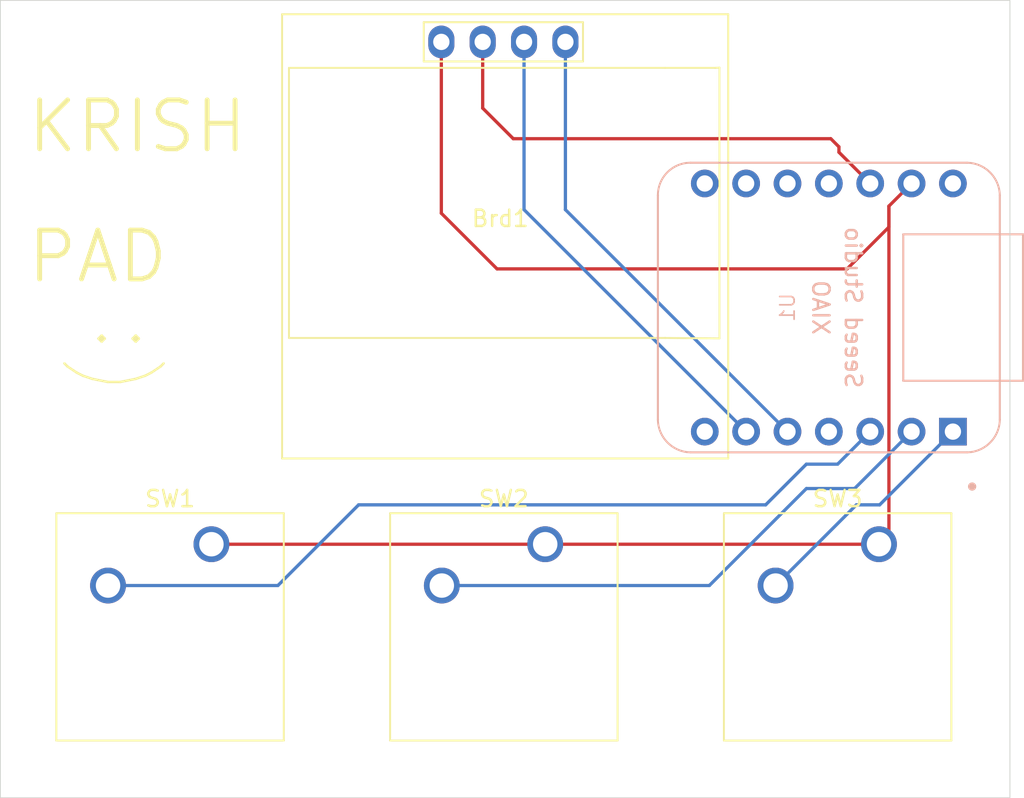
<source format=kicad_pcb>
(kicad_pcb (version 20240108) (generator "pcbnew") (generator_version "8.0")
  (layers (0 "F.Cu" signal) (31 "B.Cu" signal) (34 "B.Paste" user) (35 "F.Paste" user) (36 "B.SilkS" user "B.Silkscreen") (37 "F.SilkS" user "F.Silkscreen") (38 "B.Mask" user) (39 "F.Mask" user) (44 "Edge.Cuts" user))
  (net 0 "")
  (net 8 "Net-(U1-PA10_A2_D2)")
  (net 9 "Net-(Brd1-VCC)")
  (net 10 "Net-(U1-PA02_A0_D0)")
  (net 11 "Net-(Brd1-GND)")
  (net 12 "Net-(Brd1-SDA)")
  (net 13 "Net-(U1-PA4_A1_D1)")
  (net 14 "Net-(Brd1-SCL)")
  (footprint "Button_Switch_Keyboard:SW_Cherry_MX_1.00u_PCB" (layer "F.Cu") (at 133.96 128.42)
    (property "Reference" "SW1" (at -2.54 -2.794 0) (layer "F.SilkS"))
    (property "Value" "SW_Push")
    (fp_line (start -9.525 -1.905) (end 4.445 -1.905) (stroke (width 0.12)) (layer "F.SilkS"))
    (fp_line (start -9.525 12.065) (end -9.525 -1.905) (stroke (width 0.12)) (layer "F.SilkS"))
    (fp_line (start 4.445 -1.905) (end 4.445 12.065) (stroke (width 0.12)) (layer "F.SilkS"))
    (fp_line (start 4.445 12.065) (end -9.525 12.065) (stroke (width 0.12)) (layer "F.SilkS"))
    (pad "" np_thru_hole circle (at -7.62 5.08) (size 1.7 1.7) (drill 1.7) (layers "*.Cu" "*.Mask"))
    (pad "" np_thru_hole circle (at -2.54 5.08) (size 4 4) (drill 4) (layers "*.Cu" "*.Mask"))
    (pad "" np_thru_hole circle (at 2.54 5.08) (size 1.7 1.7) (drill 1.7) (layers "*.Cu" "*.Mask"))
    (pad "1" thru_hole circle (at 0 0) (size 2.2 2.2) (drill 1.5) (layers "*.Cu" "*.Mask") (net 11 "Net-(Brd1-GND)"))
    (pad "2" thru_hole circle (at -6.35 2.54) (size 2.2 2.2) (drill 1.5) (layers "*.Cu" "*.Mask") (net 8 "Net-(U1-PA10_A2_D2)"))
  )
  (footprint "Button_Switch_Keyboard:SW_Cherry_MX_1.00u_PCB" (layer "F.Cu") (at 174.96 128.42)
    (property "Reference" "SW3" (at -2.54 -2.794 0) (layer "F.SilkS"))
    (property "Value" "SW_Push")
    (fp_line (start -9.525 -1.905) (end 4.445 -1.905) (stroke (width 0.12)) (layer "F.SilkS"))
    (fp_line (start -9.525 12.065) (end -9.525 -1.905) (stroke (width 0.12)) (layer "F.SilkS"))
    (fp_line (start 4.445 -1.905) (end 4.445 12.065) (stroke (width 0.12)) (layer "F.SilkS"))
    (fp_line (start 4.445 12.065) (end -9.525 12.065) (stroke (width 0.12)) (layer "F.SilkS"))
    (pad "" np_thru_hole circle (at -7.62 5.08) (size 1.7 1.7) (drill 1.7) (layers "*.Cu" "*.Mask"))
    (pad "" np_thru_hole circle (at -2.54 5.08) (size 4 4) (drill 4) (layers "*.Cu" "*.Mask"))
    (pad "" np_thru_hole circle (at 2.54 5.08) (size 1.7 1.7) (drill 1.7) (layers "*.Cu" "*.Mask"))
    (pad "1" thru_hole circle (at 0 0) (size 2.2 2.2) (drill 1.5) (layers "*.Cu" "*.Mask") (net 11 "Net-(Brd1-GND)"))
    (pad "2" thru_hole circle (at -6.35 2.54) (size 2.2 2.2) (drill 1.5) (layers "*.Cu" "*.Mask") (net 10 "Net-(U1-PA02_A0_D0)"))
  )
  (footprint "SSD1306:128x64OLED" (layer "F.Cu") (at 151.7 108.15)
    (property "Reference" "Brd1" (at 0 0.254 0) (layer "F.SilkS"))
    (property "Value" "SSD1306")
    (fp_line (start -13.4 -12.3) (end 14 -12.3) (stroke (width 0.12)) (layer "F.SilkS"))
    (fp_line (start -13.4 15) (end -13.4 -12.3) (stroke (width 0.12)) (layer "F.SilkS"))
    (fp_line (start -12.978 -9.005) (end 10.122 -9.005) (stroke (width 0.12)) (layer "F.SilkS"))
    (fp_line (start -12.978 7.595) (end -12.978 -9.005) (stroke (width 0.12)) (layer "F.SilkS"))
    (fp_line (start -4.699 -11.811) (end -4.699 -9.398) (stroke (width 0.12)) (layer "F.SilkS"))
    (fp_line (start -4.699 -11.811) (end 5.08 -11.811) (stroke (width 0.12)) (layer "F.SilkS"))
    (fp_line (start 5.08 -11.811) (end 5.08 -9.398) (stroke (width 0.12)) (layer "F.SilkS"))
    (fp_line (start 5.08 -9.398) (end -4.699 -9.398) (stroke (width 0.12)) (layer "F.SilkS"))
    (fp_line (start 10.122 -9.005) (end 13.208 -9.005) (stroke (width 0.12)) (layer "F.SilkS"))
    (fp_line (start 10.122 7.595) (end -12.978 7.595) (stroke (width 0.12)) (layer "F.SilkS"))
    (fp_line (start 10.122 7.595) (end 13.462 7.62) (stroke (width 0.12)) (layer "F.SilkS"))
    (fp_line (start 13.462 -9.017) (end 13.208 -9.005) (stroke (width 0.12)) (layer "F.SilkS"))
    (fp_line (start 13.462 7.62) (end 13.462 -9.017) (stroke (width 0.12)) (layer "F.SilkS"))
    (fp_line (start 14 -12.3) (end 14 15) (stroke (width 0.12)) (layer "F.SilkS"))
    (fp_line (start 14 15) (end -13.4 15) (stroke (width 0.12)) (layer "F.SilkS"))
    (pad "1" thru_hole oval (at -3.62 -10.6 90) (size 2 1.6) (drill 1) (layers "*.Cu" "*.Mask") (net 11 "Net-(Brd1-GND)"))
    (pad "2" thru_hole oval (at -1.08 -10.6 90) (size 2 1.6) (drill 1) (layers "*.Cu" "*.Mask") (net 9 "Net-(Brd1-VCC)"))
    (pad "3" thru_hole oval (at 1.46 -10.6 90) (size 2 1.6) (drill 1) (layers "*.Cu" "*.Mask") (net 14 "Net-(Brd1-SCL)"))
    (pad "4" thru_hole oval (at 4 -10.6 90) (size 2 1.6) (drill 1) (layers "*.Cu" "*.Mask") (net 12 "Net-(Brd1-SDA)"))
  )
  (footprint "Button_Switch_Keyboard:SW_Cherry_MX_1.00u_PCB" (layer "F.Cu") (at 154.46 128.42)
    (property "Reference" "SW2" (at -2.54 -2.794 0) (layer "F.SilkS"))
    (property "Value" "SW_Push")
    (fp_line (start -9.525 -1.905) (end 4.445 -1.905) (stroke (width 0.12)) (layer "F.SilkS"))
    (fp_line (start -9.525 12.065) (end -9.525 -1.905) (stroke (width 0.12)) (layer "F.SilkS"))
    (fp_line (start 4.445 -1.905) (end 4.445 12.065) (stroke (width 0.12)) (layer "F.SilkS"))
    (fp_line (start 4.445 12.065) (end -9.525 12.065) (stroke (width 0.12)) (layer "F.SilkS"))
    (pad "" np_thru_hole circle (at -7.62 5.08) (size 1.7 1.7) (drill 1.7) (layers "*.Cu" "*.Mask"))
    (pad "" np_thru_hole circle (at -2.54 5.08) (size 4 4) (drill 4) (layers "*.Cu" "*.Mask"))
    (pad "" np_thru_hole circle (at 2.54 5.08) (size 1.7 1.7) (drill 1.7) (layers "*.Cu" "*.Mask"))
    (pad "1" thru_hole circle (at 0 0) (size 2.2 2.2) (drill 1.5) (layers "*.Cu" "*.Mask") (net 11 "Net-(Brd1-GND)"))
    (pad "2" thru_hole circle (at -6.35 2.54) (size 2.2 2.2) (drill 1.5) (layers "*.Cu" "*.Mask") (net 13 "Net-(U1-PA4_A1_D1)"))
  )
  (footprint "hackclub hackpad main hackpads-orpheuspad_pcb_libraries_OPL_Kicad_Library_Seeed Studio XIAO Series Library:XIAO-Generic-Thruhole-14P-2.54-21X17.8MM" (layer "B.Cu") (at 171.88 113.875 90)
    (property "Reference" "U1" (at 0 -2.54 90) (layer "B.SilkS") (effects (font (size 0.889 0.889) (thickness 0.1016)) (justify mirror)))
    (property "Value" "Seeed Studio XIAO SAMD21" (hide yes))
    (fp_line (start 6.9 -10.5) (end -6.9 -10.5) (stroke (width 0.127)) (layer "B.SilkS"))
    (fp_line (start -8.9 -8.5) (end -8.9 8.5) (stroke (width 0.127)) (layer "B.SilkS"))
    (fp_line (start 4.5 4.57073) (end 4.5 11.92403) (stroke (width 0.127)) (layer "B.SilkS"))
    (fp_line (start -4.5 4.57073) (end 4.5 4.57073) (stroke (width 0.127)) (layer "B.SilkS"))
    (fp_line (start 8.9 8.5) (end 8.9 -8.5) (stroke (width 0.127)) (layer "B.SilkS"))
    (fp_line (start -6.9 10.49909) (end 6.9 10.49909) (stroke (width 0.127)) (layer "B.SilkS"))
    (fp_line (start 4.5 11.92403) (end -4.5 11.92403) (stroke (width 0.127)) (layer "B.SilkS"))
    (fp_line (start -4.5 11.92403) (end -4.5 4.57073) (stroke (width 0.127)) (layer "B.SilkS"))
    (fp_arc (start 6.9 -10.5) (mid 8.314214 -9.914214) (end 8.9 -8.5) (stroke (width 0.12)) (layer "B.SilkS"))
    (fp_arc (start -8.9 -8.5) (mid -8.301423 -9.901423) (end -6.9 -10.5) (stroke (width 0.12)) (layer "B.SilkS"))
    (fp_arc (start 8.9 8.5) (mid 8.301492 9.901492) (end 6.9 10.5) (stroke (width 0.12)) (layer "B.SilkS"))
    (fp_arc (start -6.9 10.5) (mid -8.301491 9.901491) (end -8.9 8.5) (stroke (width 0.12)) (layer "B.SilkS"))
    (fp_circle (center -11 8.8) (end -11 9.054) (fill solid) (layer "B.SilkS"))
    (fp_poly (pts (xy -8.887715 8.561705) (xy -8.884667 8.610473) (xy -8.880603 8.659494)) (stroke (width 0.0254)) (fill none) (layer "B.SilkS"))
    (fp_poly (pts (xy 8.889492 -8.521574) (xy 8.887713 -8.57085) (xy 8.884665 -8.619618) (xy 8.880601 -8.668639) (xy 8.875268 -8.717407) (xy 8.868664 -8.766175) (xy 8.861044 -8.81469) (xy 8.852153 -8.86295) (xy 8.842248 -8.910955)) (stroke (width 0.0254)) (fill none) (layer "B.SilkS"))
    (fp_text user "Seeed Studio" (at 0 1.5 -90) (layer "B.SilkS") (effects (justify mirror)))
    (fp_text user "XIAO" (at 0 -0.5 -90) (layer "B.SilkS") (effects (justify mirror)))
    (pad "1" thru_hole rect (at -7.625 7.62 90) (size 1.7 1.7) (drill 1) (layers "*.Cu" "*.Mask") (net 10 "Net-(U1-PA02_A0_D0)"))
    (pad "2" thru_hole circle (at -7.625 5.08 90) (size 1.7 1.7) (drill 1) (layers "*.Cu" "*.Mask") (net 13 "Net-(U1-PA4_A1_D1)"))
    (pad "3" thru_hole circle (at -7.625 2.54 90) (size 1.7 1.7) (drill 1) (layers "*.Cu" "*.Mask") (net 8 "Net-(U1-PA10_A2_D2)"))
    (pad "4" thru_hole circle (at -7.625 0 90) (size 1.7 1.7) (drill 1) (layers "*.Cu" "*.Mask"))
    (pad "5" thru_hole circle (at -7.625 -2.54 90) (size 1.7 1.7) (drill 1) (layers "*.Cu" "*.Mask") (net 12 "Net-(Brd1-SDA)"))
    (pad "6" thru_hole circle (at -7.625 -5.08 270) (size 1.7 1.7) (drill 1) (layers "*.Cu" "*.Mask") (net 14 "Net-(Brd1-SCL)"))
    (pad "7" thru_hole circle (at -7.625 -7.62 90) (size 1.7 1.7) (drill 1) (layers "*.Cu" "*.Mask"))
    (pad "8" thru_hole circle (at 7.625 -7.62 90) (size 1.7 1.7) (drill 1) (layers "*.Cu" "*.Mask"))
    (pad "9" thru_hole circle (at 7.625 -5.08 90) (size 1.7 1.7) (drill 1) (layers "*.Cu" "*.Mask"))
    (pad "10" thru_hole circle (at 7.625 -2.54 90) (size 1.7 1.7) (drill 1) (layers "*.Cu" "*.Mask"))
    (pad "11" thru_hole circle (at 7.625 0 90) (size 1.7 1.7) (drill 1) (layers "*.Cu" "*.Mask"))
    (pad "12" thru_hole circle (at 7.625 2.54 90) (size 1.7 1.7) (drill 1) (layers "*.Cu" "*.Mask") (net 9 "Net-(Brd1-VCC)"))
    (pad "13" thru_hole circle (at 7.625 5.08 90) (size 1.7 1.7) (drill 1) (layers "*.Cu" "*.Mask") (net 11 "Net-(Brd1-GND)"))
    (pad "14" thru_hole circle (at 7.625 7.62 90) (size 1.7 1.7) (drill 1) (layers "*.Cu" "*.Mask"))
  )
  (gr_rect (start 121 95) (end 183 144) (stroke (width 0.05)) (fill none) (layer "Edge.Cuts"))
  (gr_text "KRISH" (at 122.5 104.5 0) (layer "F.SilkS") (effects (font (size 3 3) (thickness 0.3)) (justify left bottom)))
  (gr_text "PAD" (at 122.5 112.5 0) (layer "F.SilkS") (effects (font (size 3 3) (thickness 0.3)) (justify left bottom)))
  (gr_text "(:" (at 130 119.5 90) (layer "F.SilkS") (effects (font (size 4 4)) (justify left bottom)))
  (segment (start 138.04 130.96) (end 143 126) (width 0.2) (layer "B.Cu") (net 8))
  (segment (start 172.42 123.5) (end 174.42 121.5) (width 0.2) (layer "B.Cu") (net 8))
  (segment (start 143 126) (end 168 126) (width 0.2) (layer "B.Cu") (net 8))
  (segment (start 127.61 130.96) (end 138.04 130.96) (width 0.2) (layer "B.Cu") (net 8))
  (segment (start 170.5 123.5) (end 172.42 123.5) (width 0.2) (layer "B.Cu") (net 8))
  (segment (start 168 126) (end 170.5 123.5) (width 0.2) (layer "B.Cu") (net 8))
  (segment (start 172 103.5) (end 172.5 104) (width 0.2) (layer "F.Cu") (net 9))
  (segment (start 152.5 103.5) (end 172 103.5) (width 0.2) (layer "F.Cu") (net 9))
  (segment (start 150.62 97.55) (end 150.62 101.62) (width 0.2) (layer "F.Cu") (net 9))
  (segment (start 150.62 101.62) (end 152.5 103.5) (width 0.2) (layer "F.Cu") (net 9))
  (segment (start 172.5 104.33) (end 174.42 106.25) (width 0.2) (layer "F.Cu") (net 9))
  (segment (start 172.5 104) (end 172.5 104.33) (width 0.2) (layer "F.Cu") (net 9))
  (segment (start 173.57 126) (end 175 126) (width 0.2) (layer "B.Cu") (net 10))
  (segment (start 175 126) (end 179.5 121.5) (width 0.2) (layer "B.Cu") (net 10))
  (segment (start 168.61 130.96) (end 173.57 126) (width 0.2) (layer "B.Cu") (net 10))
  (segment (start 148.08 97.55) (end 148.08 108.08) (width 0.2) (layer "F.Cu") (net 11))
  (segment (start 174.96 128.42) (end 175.57 127.81) (width 0.2) (layer "F.Cu") (net 11))
  (segment (start 175.57 108.93) (end 175.57 107.64) (width 0.2) (layer "F.Cu") (net 11))
  (segment (start 175.57 127.81) (end 175.57 107.64) (width 0.2) (layer "F.Cu") (net 11))
  (segment (start 154.46 128.42) (end 174.96 128.42) (width 0.2) (layer "F.Cu") (net 11))
  (segment (start 133.96 128.42) (end 154.46 128.42) (width 0.2) (layer "F.Cu") (net 11))
  (segment (start 151.5 111.5) (end 173 111.5) (width 0.2) (layer "F.Cu") (net 11))
  (segment (start 175.57 107.64) (end 176.96 106.25) (width 0.2) (layer "F.Cu") (net 11))
  (segment (start 148.08 108.08) (end 151.5 111.5) (width 0.2) (layer "F.Cu") (net 11))
  (segment (start 173 111.5) (end 175.57 108.93) (width 0.2) (layer "F.Cu") (net 11))
  (segment (start 155.7 97.55) (end 155.7 107.86) (width 0.2) (layer "B.Cu") (net 12))
  (segment (start 155.7 107.86) (end 169.34 121.5) (width 0.2) (layer "B.Cu") (net 12))
  (segment (start 148.11 130.96) (end 164.54 130.96) (width 0.2) (layer "B.Cu") (net 13))
  (segment (start 164.54 130.96) (end 170.5 125) (width 0.2) (layer "B.Cu") (net 13))
  (segment (start 170.5 125) (end 173.46 125) (width 0.2) (layer "B.Cu") (net 13))
  (segment (start 173.46 125) (end 176.96 121.5) (width 0.2) (layer "B.Cu") (net 13))
  (segment (start 153.16 107.86) (end 166.8 121.5) (width 0.2) (layer "B.Cu") (net 14))
  (segment (start 153.16 97.55) (end 153.16 107.86) (width 0.2) (layer "B.Cu") (net 14))
)
</source>
